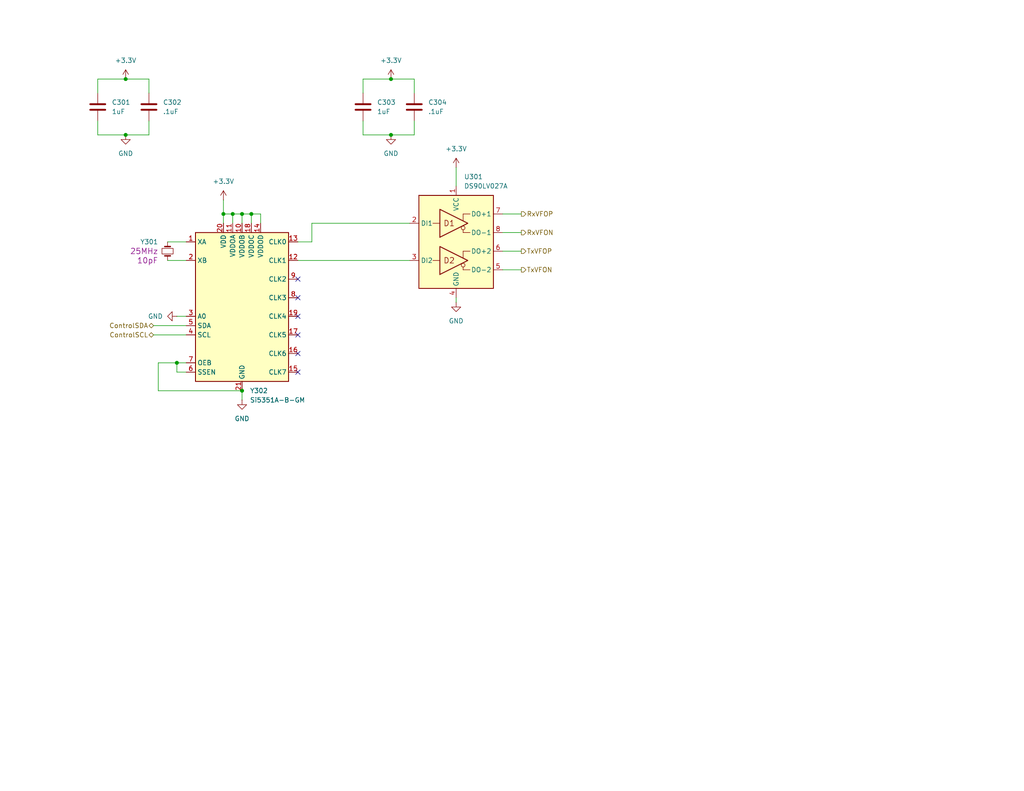
<source format=kicad_sch>
(kicad_sch (version 20250114) (generator "eeschema") (generator_version "9.0")
  (paper "USLetter")
  (title_block (title "${title}") (date "2025-08-10") (company "WB7NAB") (comment 1 "Alan Mimms"))
  (lib_symbols
    (symbol "Device:C" (pin_numbers (hide yes)) (pin_names (offset 0.254))
      (property "Reference" "C" (at 0.635 2.54 0))
      (property "Value" "C" (at 0.635 -2.54 0))
      (symbol "C_0_1"
        (polyline (pts (xy -2.032 0.762) (xy 2.032 0.762)) (stroke (width 0.508)))
        (polyline (pts (xy -2.032 -0.762) (xy 2.032 -0.762)) (stroke (width 0.508)))
      )
      (symbol "C_1_1"
        (pin passive line (at 0 3.81 270) (length 2.794) (name "~") (number "1"))
        (pin passive line (at 0 -3.81 90) (length 2.794) (name "~") (number "2"))
      )
    )
    (symbol "Interface:DS90LV027A"
      (property "Reference" "U" (at -10.16 13.97 0))
      (property "Value" "DS90LV027A" (at 1.27 13.97 0))
      (symbol "DS90LV027A_1_0"
        (rectangle (start -10.16 12.7) (end 10.16 -12.7) (stroke (width 0.254)) (fill (type background)))
        (polyline (pts (xy 1.905 5.715) (xy 1.905 7.62)))
        (circle (center 1.905 3.81) (radius 0.508))
        (polyline (pts (xy 1.905 3.302) (xy 1.905 2.54)))
        (polyline (pts (xy 1.905 -4.445) (xy 1.905 -2.54)))
        (circle (center 1.905 -6.35) (radius 0.508))
        (polyline (pts (xy 1.905 -6.858) (xy 1.905 -7.62)))
        (text "D1" (at -1.905 5.08 0) (effects (font (size 1.524 1.524))))
        (text "D2" (at -1.905 -5.08 0) (effects (font (size 1.524 1.524))))
      )
      (symbol "DS90LV027A_1_1"
        (polyline (pts (xy -6.35 5.08) (xy -4.445 5.08)))
        (polyline (pts (xy -6.35 -5.08) (xy -4.445 -5.08)))
        (polyline (pts (xy -4.445 1.27) (xy -4.445 8.89) (xy 3.175 5.08) (xy -4.445 1.27)) (stroke (width 0.254)))
        (polyline (pts (xy -4.445 -8.89) (xy -4.445 -1.27) (xy 3.175 -5.08) (xy -4.445 -8.89)) (stroke (width 0.254)))
        (polyline (pts (xy 1.905 2.54) (xy 3.81 2.54)))
        (polyline (pts (xy 1.905 -7.62) (xy 3.81 -7.62)))
        (polyline (pts (xy 3.81 7.62) (xy 1.905 7.62)))
        (polyline (pts (xy 3.81 -2.54) (xy 1.905 -2.54)))
        (pin input line (at -12.7 5.08 0) (length 2.54) (name "DI1") (number "2"))
        (pin input line (at -12.7 -5.08 0) (length 2.54) (name "DI2") (number "3"))
        (pin power_in line (at 0 15.24 270) (length 2.54) (name "VCC") (number "1"))
        (pin power_in line (at 0 -15.24 90) (length 2.54) (name "GND") (number "4"))
        (pin output line (at 12.7 7.62 180) (length 2.54) (name "DO+1") (number "7"))
        (pin output line (at 12.7 2.54 180) (length 2.54) (name "DO-1") (number "8"))
        (pin output line (at 12.7 -2.54 180) (length 2.54) (name "DO+2") (number "6"))
        (pin output line (at 12.7 -7.62 180) (length 2.54) (name "DO-2") (number "5"))
      )
    )
    (symbol "Oscillator:Si5351A-B-GM"
      (property "Reference" "Y" (at -12.7 21.59 0))
      (property "Value" "Si5351A-B-GM" (at -13.97 -22.86 0))
      (symbol "Si5351A-B-GM_1_1"
        (rectangle (start -12.7 20.32) (end 12.7 -20.32) (stroke (width 0.254)) (fill (type background)))
        (pin input line (at -15.24 17.78 0) (length 2.54) (name "XA") (number "1"))
        (pin input line (at -15.24 12.7 0) (length 2.54) (name "XB") (number "2"))
        (pin input line (at -15.24 -2.54 0) (length 2.54) (name "A0") (number "3"))
        (pin bidirectional line (at -15.24 -5.08 0) (length 2.54) (name "SDA") (number "5"))
        (pin input line (at -15.24 -7.62 0) (length 2.54) (name "SCL") (number "4"))
        (pin input line (at -15.24 -15.24 0) (length 2.54) (name "OEB") (number "7"))
        (pin input line (at -15.24 -17.78 0) (length 2.54) (name "SSEN") (number "6"))
        (pin power_in line (at -5.08 22.86 270) (length 2.54) (name "VDD") (number "20"))
        (pin power_in line (at -2.54 22.86 270) (length 2.54) (name "VDDOA") (number "11"))
        (pin power_in line (at 0 22.86 270) (length 2.54) (name "VDDOB") (number "10"))
        (pin power_in line (at 0 -22.86 90) (length 2.54) (name "GND") (number "21"))
        (pin power_in line (at 2.54 22.86 270) (length 2.54) (name "VDDOC") (number "18"))
        (pin power_in line (at 5.08 22.86 270) (length 2.54) (name "VDDOD") (number "14"))
        (pin output line (at 15.24 17.78 180) (length 2.54) (name "CLK0") (number "13"))
        (pin output line (at 15.24 12.7 180) (length 2.54) (name "CLK1") (number "12"))
        (pin output line (at 15.24 7.62 180) (length 2.54) (name "CLK2") (number "9"))
        (pin output line (at 15.24 2.54 180) (length 2.54) (name "CLK3") (number "8"))
        (pin output line (at 15.24 -2.54 180) (length 2.54) (name "CLK4") (number "19"))
        (pin output line (at 15.24 -7.62 180) (length 2.54) (name "CLK5") (number "17"))
        (pin output line (at 15.24 -12.7 180) (length 2.54) (name "CLK6") (number "16"))
        (pin output line (at 15.24 -17.78 180) (length 2.54) (name "CLK7") (number "15"))
      )
    )
    (symbol "PCM_4ms_Crystal:16MHz_18pF_FA238" (pin_numbers (hide yes)) (pin_names (offset 1.016) (hide yes))
      (property "Reference" "Y" (at 0 2.54 0))
      (property "Display" "16MHz" (at -3.81 -2.54 0))
      (property "Display 2" "18pF" (at -3.1496 -4.445 0))
      (symbol "16MHz_18pF_FA238_0_1"
        (polyline (pts (xy -1.27 -0.762) (xy -1.27 0.762)) (stroke (width 0.381)))
        (rectangle (start -0.762 -1.524) (end 0.762 1.524))
        (polyline (pts (xy 1.27 -0.762) (xy 1.27 0.762)) (stroke (width 0.381)))
      )
      (symbol "16MHz_18pF_FA238_1_1"
        (pin passive line (at -2.54 0 0) (length 1.27) (name "1") (number "1"))
        (pin passive line (at 2.54 0 180) (length 1.27) (name "2") (number "2"))
      )
    )
    (symbol "power:+3.3V" (power) (pin_numbers (hide yes)) (pin_names (offset 0) (hide yes))
      (property "Value" "+3.3V" (at 0 3.556 0))
      (symbol "+3.3V_0_1"
        (polyline (pts (xy -0.762 1.27) (xy 0 2.54)))
        (polyline (pts (xy 0 2.54) (xy 0.762 1.27)))
        (polyline (pts (xy 0 0) (xy 0 2.54)))
      )
      (symbol "+3.3V_1_1"
        (pin power_in line (at 0 0 90) (length 0) (name "~") (number "1"))
      )
    )
    (symbol "power:GND" (power) (pin_numbers (hide yes)) (pin_names (offset 0) (hide yes))
      (property "Value" "GND" (at 0 -3.81 0))
      (symbol "GND_0_1"
        (polyline (pts (xy 0 0) (xy 0 -1.27) (xy 1.27 -1.27) (xy 0 -2.54) (xy -1.27 -1.27) (xy 0 -1.27)))
      )
      (symbol "GND_1_1"
        (pin power_in line (at 0 0 270) (length 0) (name "~") (number "1"))
      )
    )
  )
  (junction (at 60.96 58.42))
  (junction (at 34.29 36.83))
  (junction (at 48.26 99.06))
  (junction (at 106.68 21.59))
  (junction (at 66.04 106.68))
  (junction (at 106.68 36.83))
  (junction (at 34.29 21.59))
  (junction (at 63.5 58.42))
  (junction (at 66.04 58.42))
  (junction (at 68.58 58.42))
  (no_connect (at 81.28 96.52))
  (no_connect (at 81.28 76.2))
  (no_connect (at 81.28 101.6))
  (no_connect (at 81.28 91.44))
  (no_connect (at 81.28 86.36))
  (no_connect (at 81.28 81.28))
  (wire (pts (xy 26.67 36.83) (xy 34.29 36.83)))
  (wire (pts (xy 85.09 60.96) (xy 111.76 60.96)))
  (wire (pts (xy 40.64 33.02) (xy 40.64 36.83)))
  (wire (pts (xy 137.16 63.5) (xy 142.24 63.5)))
  (wire (pts (xy 41.91 88.9) (xy 50.8 88.9)))
  (wire (pts (xy 45.72 71.12) (xy 50.8 71.12)))
  (wire (pts (xy 113.03 36.83) (xy 106.68 36.83)))
  (wire (pts (xy 99.06 21.59) (xy 106.68 21.59)))
  (wire (pts (xy 137.16 73.66) (xy 142.24 73.66)))
  (wire (pts (xy 26.67 33.02) (xy 26.67 36.83)))
  (wire (pts (xy 60.96 58.42) (xy 60.96 60.96)))
  (wire (pts (xy 137.16 58.42) (xy 142.24 58.42)))
  (wire (pts (xy 99.06 36.83) (xy 106.68 36.83)))
  (wire (pts (xy 113.03 33.02) (xy 113.03 36.83)))
  (wire (pts (xy 48.26 99.06) (xy 43.18 99.06)))
  (wire (pts (xy 48.26 86.36) (xy 50.8 86.36)))
  (wire (pts (xy 26.67 25.4) (xy 26.67 21.59)))
  (wire (pts (xy 99.06 33.02) (xy 99.06 36.83)))
  (wire (pts (xy 106.68 21.59) (xy 113.03 21.59)))
  (wire (pts (xy 43.18 99.06) (xy 43.18 106.68)))
  (wire (pts (xy 68.58 58.42) (xy 68.58 60.96)))
  (wire (pts (xy 99.06 25.4) (xy 99.06 21.59)))
  (wire (pts (xy 71.12 58.42) (xy 68.58 58.42)))
  (wire (pts (xy 81.28 66.04) (xy 85.09 66.04)))
  (wire (pts (xy 63.5 58.42) (xy 60.96 58.42)))
  (wire (pts (xy 48.26 101.6) (xy 48.26 99.06)))
  (wire (pts (xy 137.16 68.58) (xy 142.24 68.58)))
  (wire (pts (xy 26.67 21.59) (xy 34.29 21.59)))
  (wire (pts (xy 66.04 106.68) (xy 66.04 109.22)))
  (wire (pts (xy 50.8 99.06) (xy 48.26 99.06)))
  (wire (pts (xy 43.18 106.68) (xy 66.04 106.68)))
  (wire (pts (xy 113.03 21.59) (xy 113.03 25.4)))
  (wire (pts (xy 66.04 58.42) (xy 66.04 60.96)))
  (wire (pts (xy 34.29 21.59) (xy 40.64 21.59)))
  (wire (pts (xy 68.58 58.42) (xy 66.04 58.42)))
  (wire (pts (xy 40.64 21.59) (xy 40.64 25.4)))
  (wire (pts (xy 66.04 58.42) (xy 63.5 58.42)))
  (wire (pts (xy 45.72 66.04) (xy 50.8 66.04)))
  (wire (pts (xy 41.91 91.44) (xy 50.8 91.44)))
  (wire (pts (xy 40.64 36.83) (xy 34.29 36.83)))
  (wire (pts (xy 50.8 101.6) (xy 48.26 101.6)))
  (wire (pts (xy 71.12 60.96) (xy 71.12 58.42)))
  (wire (pts (xy 124.46 81.28) (xy 124.46 82.55)))
  (wire (pts (xy 124.46 45.72) (xy 124.46 50.8)))
  (wire (pts (xy 60.96 54.61) (xy 60.96 58.42)))
  (wire (pts (xy 63.5 58.42) (xy 63.5 60.96)))
  (wire (pts (xy 81.28 71.12) (xy 111.76 71.12)))
  (wire (pts (xy 85.09 66.04) (xy 85.09 60.96)))
  (hierarchical_label "RxVFOP" (shape output) (at 142.24 58.42 0))
  (hierarchical_label "TxVFON" (shape output) (at 142.24 73.66 0))
  (hierarchical_label "TxVFOP" (shape output) (at 142.24 68.58 0))
  (hierarchical_label "ControlSCL" (shape bidirectional) (at 41.91 91.44 180))
  (hierarchical_label "RxVFON" (shape output) (at 142.24 63.5 0))
  (hierarchical_label "ControlSDA" (shape bidirectional) (at 41.91 88.9 180))
  (symbol (lib_id "Device:C") (at 113.03 29.21 180) (unit 1)
    (property "Reference" "C304" (at 116.84 27.9399 0) (effects (justify right)))
    (property "Value" ".1uF" (at 116.84 30.4799 0) (effects (justify right)))
    (property "Description" "Unpolarized capacitor" (effects (hide yes)))
  )
  (symbol (lib_id "Device:C") (at 40.64 29.21 180) (unit 1)
    (property "Reference" "C302" (at 44.45 27.9399 0) (effects (justify right)))
    (property "Value" ".1uF" (at 44.45 30.4799 0) (effects (justify right)))
    (property "Description" "Unpolarized capacitor" (effects (hide yes)))
  )
  (symbol (lib_id "power:GND") (at 106.68 36.83 0) (unit 1)
    (property "Reference" "#PWR0307" (effects (hide yes)))
    (property "Value" "GND" (at 106.68 41.91 0))
    (property "Description" "Power symbol creates a global label with name \"GND\" , ground" (effects (hide yes)))
  )
  (symbol (lib_id "Oscillator:Si5351A-B-GM") (at 66.04 83.82 0) (unit 1)
    (property "Reference" "Y302" (at 68.1833 106.68 0) (effects (justify left)))
    (property "Value" "Si5351A-B-GM" (at 68.1833 109.22 0) (effects (justify left)))
    (property "Footprint" "Package_DFN_QFN:QFN-20-1EP_4x4mm_P0.5mm_EP2.7x2.7mm" (effects (hide yes)))
    (property "Datasheet" "https://www.silabs.com/documents/public/data-sheets/Si5351-B.pdf" (effects (hide yes)))
    (property "Description" "I2C Programmable Any-Frequency CMOS Clock Generator, QFN-20" (effects (hide yes)))
  )
  (symbol (lib_id "Interface:DS90LV027A") (at 124.46 66.04 0) (unit 1)
    (property "Reference" "U301" (at 126.6033 48.26 0) (effects (justify left)))
    (property "Value" "DS90LV027A" (at 126.6033 50.8 0) (effects (justify left)))
    (property "Footprint" "Package_SO:SOIC-8_3.9x4.9mm_P1.27mm" (effects (hide yes)))
    (property "Datasheet" "http://www.ti.com/lit/ds/symlink/ds90lv027a.pdf" (effects (hide yes)))
    (property "Description" "LVDS Dual High Speed Differential Driver, >600MBps, SOIC-8" (effects (hide yes)))
  )
  (symbol (lib_id "power:GND") (at 48.26 86.36 270) (unit 1)
    (property "Reference" "#PWR0303" (effects (hide yes)))
    (property "Value" "GND" (at 44.45 86.3599 90) (effects (justify right)))
    (property "Description" "Power symbol creates a global label with name \"GND\" , ground" (effects (hide yes)))
  )
  (symbol (lib_id "Device:C") (at 26.67 29.21 180) (unit 1)
    (property "Reference" "C301" (at 30.48 27.9399 0) (effects (justify right)))
    (property "Value" "1uF" (at 30.48 30.4799 0) (effects (justify right)))
    (property "Description" "Unpolarized capacitor" (effects (hide yes)))
  )
  (symbol (lib_id "power:+3.3V") (at 106.68 21.59 0) (unit 1)
    (property "Reference" "#PWR0306" (effects (hide yes)))
    (property "Value" "+3.3V" (at 106.68 16.51 0))
    (property "Description" "Power symbol creates a global label with name \"+3.3V\"" (effects (hide yes)))
  )
  (symbol (lib_id "power:+3.3V") (at 124.46 45.72 0) (unit 1)
    (property "Reference" "#PWR0308" (effects (hide yes)))
    (property "Value" "+3.3V" (at 124.46 40.64 0))
    (property "Description" "Power symbol creates a global label with name \"+3.3V\"" (effects (hide yes)))
  )
  (symbol (lib_id "PCM_4ms_Crystal:16MHz_18pF_FA238") (at 45.72 68.58 90) (unit 1)
    (property "Reference" "Y301" (at 43.18 66.0399 90) (effects (justify left)))
    (property "Value" "25MHz FA-238 25.0000MB-K" (effects (hide yes)))
    (property "Footprint" "4ms_Crystal:FA-238" (effects (hide yes)))
    (property "Description" "Epson FA-238 25.0000MB-K 25MHz FA-238 footprint" (effects (hide yes)))
    (property "Specifications" "25MHz 10pF 5ppm ESR:??ohms" (effects (hide yes)))
    (property "Manufacturer" "Epson Timing" (effects (hide yes)))
    (property "Part Number" "FA-238 25.0000MB-K" (effects (hide yes)))
    (property "Display" "25MHz" (at 43.18 68.5799 90) (effects (font (size 1.524 1.524)) (justify left)))
    (property "Display 2" "10pF" (at 43.18 71.1199 90) (effects (font (size 1.524 1.524)) (justify left)))
  )
  (symbol (lib_id "Device:C") (at 99.06 29.21 180) (unit 1)
    (property "Reference" "C303" (at 102.87 27.9399 0) (effects (justify right)))
    (property "Value" "1uF" (at 102.87 30.4799 0) (effects (justify right)))
    (property "Description" "Unpolarized capacitor" (effects (hide yes)))
  )
  (symbol (lib_id "power:GND") (at 66.04 109.22 0) (unit 1)
    (property "Reference" "#PWR0305" (effects (hide yes)))
    (property "Value" "GND" (at 66.04 114.3 0))
    (property "Description" "Power symbol creates a global label with name \"GND\" , ground" (effects (hide yes)))
  )
  (symbol (lib_id "power:GND") (at 34.29 36.83 0) (unit 1)
    (property "Reference" "#PWR0302" (effects (hide yes)))
    (property "Value" "GND" (at 34.29 41.91 0))
    (property "Description" "Power symbol creates a global label with name \"GND\" , ground" (effects (hide yes)))
  )
  (symbol (lib_id "power:GND") (at 124.46 82.55 0) (unit 1)
    (property "Reference" "#PWR0309" (effects (hide yes)))
    (property "Value" "GND" (at 124.46 87.63 0))
    (property "Description" "Power symbol creates a global label with name \"GND\" , ground" (effects (hide yes)))
  )
  (symbol (lib_id "power:+3.3V") (at 34.29 21.59 0) (unit 1)
    (property "Reference" "#PWR0301" (effects (hide yes)))
    (property "Value" "+3.3V" (at 34.29 16.51 0))
    (property "Description" "Power symbol creates a global label with name \"+3.3V\"" (effects (hide yes)))
  )
  (symbol (lib_id "power:+3.3V") (at 60.96 54.61 0) (unit 1)
    (property "Reference" "#PWR0304" (effects (hide yes)))
    (property "Value" "+3.3V" (at 60.96 49.53 0))
    (property "Description" "Power symbol creates a global label with name \"+3.3V\"" (effects (hide yes)))
  )
)
</source>
